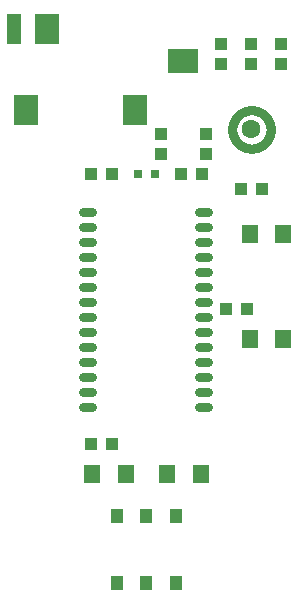
<source format=gbr>
G04 EAGLE Gerber RS-274X export*
G75*
%MOMM*%
%FSLAX34Y34*%
%LPD*%
%INSolderpaste Top*%
%IPPOS*%
%AMOC8*
5,1,8,0,0,1.08239X$1,22.5*%
G01*
%ADD10C,0.762000*%
%ADD11R,1.100000X1.000000*%
%ADD12R,1.400000X1.600000*%
%ADD13R,0.800000X0.800000*%
%ADD14R,1.000000X1.150000*%
%ADD15R,1.000000X1.100000*%
%ADD16C,0.750000*%
%ADD17C,1.600000*%
%ADD18C,0.750000*%
%ADD19R,2.000000X2.500000*%
%ADD20R,2.500000X2.000000*%
%ADD21R,1.200000X2.500000*%


D10*
X73660Y336550D02*
X81280Y336550D01*
X81280Y323850D02*
X73660Y323850D01*
X73660Y311150D02*
X81280Y311150D01*
X81280Y298450D02*
X73660Y298450D01*
X73660Y285750D02*
X81280Y285750D01*
X81280Y273050D02*
X73660Y273050D01*
X73660Y260350D02*
X81280Y260350D01*
X81280Y247650D02*
X73660Y247650D01*
X73660Y234950D02*
X81280Y234950D01*
X81280Y222250D02*
X73660Y222250D01*
X171450Y234950D02*
X179070Y234950D01*
X179070Y222250D02*
X171450Y222250D01*
X171450Y209550D02*
X179070Y209550D01*
X179070Y196850D02*
X171450Y196850D01*
X171450Y184150D02*
X179070Y184150D01*
X179070Y171450D02*
X171450Y171450D01*
X81280Y171450D02*
X73660Y171450D01*
X73660Y184150D02*
X81280Y184150D01*
X81280Y196850D02*
X73660Y196850D01*
X73660Y209550D02*
X81280Y209550D01*
X171450Y247650D02*
X179070Y247650D01*
X179070Y260350D02*
X171450Y260350D01*
X171450Y273050D02*
X179070Y273050D01*
X179070Y285750D02*
X171450Y285750D01*
X171450Y298450D02*
X179070Y298450D01*
X179070Y311150D02*
X171450Y311150D01*
X171450Y323850D02*
X179070Y323850D01*
X179070Y336550D02*
X171450Y336550D01*
D11*
X80400Y139700D03*
X97400Y139700D03*
X194700Y254000D03*
X211700Y254000D03*
X156600Y368300D03*
X173600Y368300D03*
D12*
X242600Y228600D03*
X214600Y228600D03*
X242600Y317500D03*
X214600Y317500D03*
X109250Y114300D03*
X81250Y114300D03*
X144750Y114300D03*
X172750Y114300D03*
D11*
X80400Y368300D03*
X97400Y368300D03*
D13*
X119500Y368300D03*
X134500Y368300D03*
D14*
X102000Y22550D03*
X127000Y22550D03*
X152000Y22550D03*
X102000Y79050D03*
X127000Y79050D03*
X152000Y79050D03*
D11*
X207400Y355600D03*
X224400Y355600D03*
D15*
X177800Y402200D03*
X177800Y385200D03*
X190500Y478400D03*
X190500Y461400D03*
X215900Y461400D03*
X215900Y478400D03*
X139700Y385200D03*
X139700Y402200D03*
D16*
X199650Y406400D02*
X199655Y406799D01*
X199670Y407197D01*
X199694Y407595D01*
X199728Y407993D01*
X199772Y408389D01*
X199826Y408784D01*
X199889Y409178D01*
X199962Y409570D01*
X200045Y409960D01*
X200137Y410348D01*
X200239Y410734D01*
X200350Y411117D01*
X200470Y411497D01*
X200600Y411874D01*
X200739Y412248D01*
X200887Y412619D01*
X201044Y412985D01*
X201210Y413348D01*
X201385Y413706D01*
X201569Y414060D01*
X201761Y414410D01*
X201962Y414754D01*
X202171Y415094D01*
X202389Y415428D01*
X202614Y415757D01*
X202848Y416080D01*
X203089Y416398D01*
X203339Y416709D01*
X203595Y417014D01*
X203860Y417313D01*
X204131Y417605D01*
X204410Y417890D01*
X204695Y418169D01*
X204987Y418440D01*
X205286Y418705D01*
X205591Y418961D01*
X205902Y419211D01*
X206220Y419452D01*
X206543Y419686D01*
X206872Y419911D01*
X207206Y420129D01*
X207546Y420338D01*
X207890Y420539D01*
X208240Y420731D01*
X208594Y420915D01*
X208952Y421090D01*
X209315Y421256D01*
X209681Y421413D01*
X210052Y421561D01*
X210426Y421700D01*
X210803Y421830D01*
X211183Y421950D01*
X211566Y422061D01*
X211952Y422163D01*
X212340Y422255D01*
X212730Y422338D01*
X213122Y422411D01*
X213516Y422474D01*
X213911Y422528D01*
X214307Y422572D01*
X214705Y422606D01*
X215103Y422630D01*
X215501Y422645D01*
X215900Y422650D01*
X216299Y422645D01*
X216697Y422630D01*
X217095Y422606D01*
X217493Y422572D01*
X217889Y422528D01*
X218284Y422474D01*
X218678Y422411D01*
X219070Y422338D01*
X219460Y422255D01*
X219848Y422163D01*
X220234Y422061D01*
X220617Y421950D01*
X220997Y421830D01*
X221374Y421700D01*
X221748Y421561D01*
X222119Y421413D01*
X222485Y421256D01*
X222848Y421090D01*
X223206Y420915D01*
X223560Y420731D01*
X223910Y420539D01*
X224254Y420338D01*
X224594Y420129D01*
X224928Y419911D01*
X225257Y419686D01*
X225580Y419452D01*
X225898Y419211D01*
X226209Y418961D01*
X226514Y418705D01*
X226813Y418440D01*
X227105Y418169D01*
X227390Y417890D01*
X227669Y417605D01*
X227940Y417313D01*
X228205Y417014D01*
X228461Y416709D01*
X228711Y416398D01*
X228952Y416080D01*
X229186Y415757D01*
X229411Y415428D01*
X229629Y415094D01*
X229838Y414754D01*
X230039Y414410D01*
X230231Y414060D01*
X230415Y413706D01*
X230590Y413348D01*
X230756Y412985D01*
X230913Y412619D01*
X231061Y412248D01*
X231200Y411874D01*
X231330Y411497D01*
X231450Y411117D01*
X231561Y410734D01*
X231663Y410348D01*
X231755Y409960D01*
X231838Y409570D01*
X231911Y409178D01*
X231974Y408784D01*
X232028Y408389D01*
X232072Y407993D01*
X232106Y407595D01*
X232130Y407197D01*
X232145Y406799D01*
X232150Y406400D01*
X232145Y406001D01*
X232130Y405603D01*
X232106Y405205D01*
X232072Y404807D01*
X232028Y404411D01*
X231974Y404016D01*
X231911Y403622D01*
X231838Y403230D01*
X231755Y402840D01*
X231663Y402452D01*
X231561Y402066D01*
X231450Y401683D01*
X231330Y401303D01*
X231200Y400926D01*
X231061Y400552D01*
X230913Y400181D01*
X230756Y399815D01*
X230590Y399452D01*
X230415Y399094D01*
X230231Y398740D01*
X230039Y398390D01*
X229838Y398046D01*
X229629Y397706D01*
X229411Y397372D01*
X229186Y397043D01*
X228952Y396720D01*
X228711Y396402D01*
X228461Y396091D01*
X228205Y395786D01*
X227940Y395487D01*
X227669Y395195D01*
X227390Y394910D01*
X227105Y394631D01*
X226813Y394360D01*
X226514Y394095D01*
X226209Y393839D01*
X225898Y393589D01*
X225580Y393348D01*
X225257Y393114D01*
X224928Y392889D01*
X224594Y392671D01*
X224254Y392462D01*
X223910Y392261D01*
X223560Y392069D01*
X223206Y391885D01*
X222848Y391710D01*
X222485Y391544D01*
X222119Y391387D01*
X221748Y391239D01*
X221374Y391100D01*
X220997Y390970D01*
X220617Y390850D01*
X220234Y390739D01*
X219848Y390637D01*
X219460Y390545D01*
X219070Y390462D01*
X218678Y390389D01*
X218284Y390326D01*
X217889Y390272D01*
X217493Y390228D01*
X217095Y390194D01*
X216697Y390170D01*
X216299Y390155D01*
X215900Y390150D01*
X215501Y390155D01*
X215103Y390170D01*
X214705Y390194D01*
X214307Y390228D01*
X213911Y390272D01*
X213516Y390326D01*
X213122Y390389D01*
X212730Y390462D01*
X212340Y390545D01*
X211952Y390637D01*
X211566Y390739D01*
X211183Y390850D01*
X210803Y390970D01*
X210426Y391100D01*
X210052Y391239D01*
X209681Y391387D01*
X209315Y391544D01*
X208952Y391710D01*
X208594Y391885D01*
X208240Y392069D01*
X207890Y392261D01*
X207546Y392462D01*
X207206Y392671D01*
X206872Y392889D01*
X206543Y393114D01*
X206220Y393348D01*
X205902Y393589D01*
X205591Y393839D01*
X205286Y394095D01*
X204987Y394360D01*
X204695Y394631D01*
X204410Y394910D01*
X204131Y395195D01*
X203860Y395487D01*
X203595Y395786D01*
X203339Y396091D01*
X203089Y396402D01*
X202848Y396720D01*
X202614Y397043D01*
X202389Y397372D01*
X202171Y397706D01*
X201962Y398046D01*
X201761Y398390D01*
X201569Y398740D01*
X201385Y399094D01*
X201210Y399452D01*
X201044Y399815D01*
X200887Y400181D01*
X200739Y400552D01*
X200600Y400926D01*
X200470Y401303D01*
X200350Y401683D01*
X200239Y402066D01*
X200137Y402452D01*
X200045Y402840D01*
X199962Y403230D01*
X199889Y403622D01*
X199826Y404016D01*
X199772Y404411D01*
X199728Y404807D01*
X199694Y405205D01*
X199670Y405603D01*
X199655Y406001D01*
X199650Y406400D01*
D17*
X215900Y406400D03*
D18*
X199900Y406400D03*
D15*
X241300Y478400D03*
X241300Y461400D03*
D19*
X25000Y422700D03*
X117000Y422700D03*
X43000Y491700D03*
D20*
X157500Y464700D03*
D21*
X15000Y491700D03*
M02*

</source>
